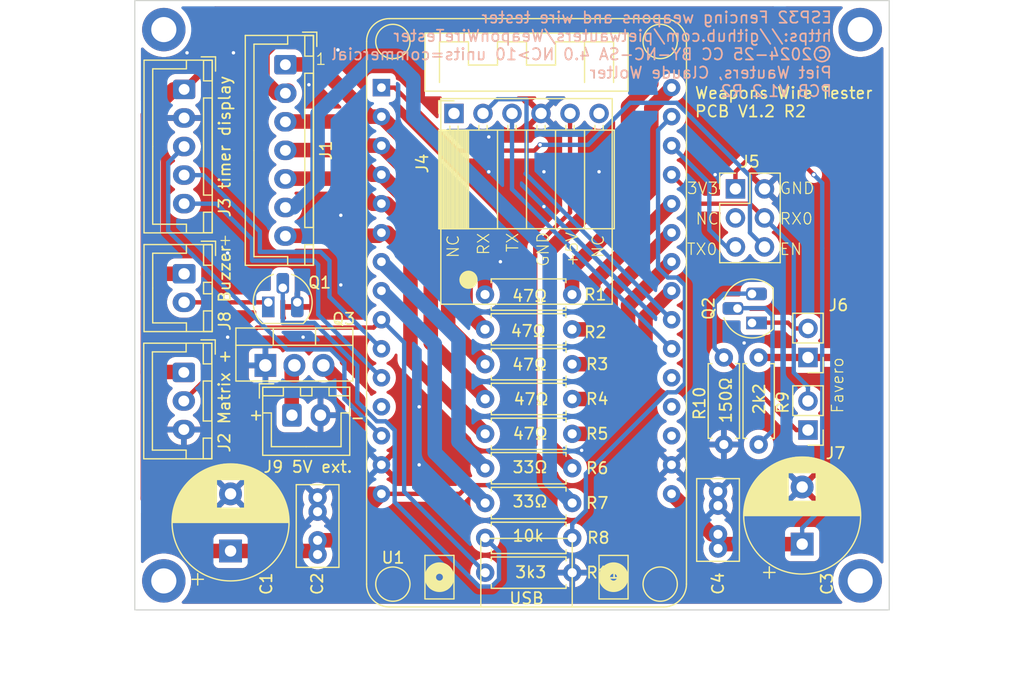
<source format=kicad_pcb>
(kicad_pcb (version 20241229) (generator "pcbnew") (generator_version "9.0")
  (title_block (title "ESP32 WeaponsWireTester V1.2") (date "2025-09-10") (rev "R2") (company "Piet Wauters, Claude Wolter") (comment 1 "https://github.com/pietwauters/WeaponWireTester") (comment 2 "©2024-25 CC BY-NC-SA 4.0 NC>10 units = commercial"))
  (layers (0 "F.Cu" signal) (2 "B.Cu" signal) (13 "F.Paste" user) (15 "B.Paste" user) (5 "F.SilkS" user "F.Silkscreen") (7 "B.SilkS" user "B.Silkscreen") (1 "F.Mask" user) (3 "B.Mask" user) (25 "Edge.Cuts" user))
  (net 0 "")
  (net 1 "Net-(J1-Pin_6)")
  (net 2 "+5V")
  (net 3 "+3.3V")
  (net 4 "Net-(J1-Pin_5)")
  (net 5 "GND")
  (net 6 "Net-(J1-Pin_2)")
  (net 7 "Net-(J1-Pin_7)")
  (net 8 "Net-(J1-Pin_4)")
  (net 9 "Net-(J1-Pin_3)")
  (net 10 "Net-(J1-Pin_1)")
  (net 11 "Net-(J2-Pin_2)")
  (net 12 "Net-(J3-Pin_5)")
  (net 13 "Net-(J3-Pin_4)")
  (net 14 "Net-(J3-Pin_3)")
  (net 15 "Net-(J4-Pin_2)")
  (net 18 "Net-(J6-Pin_2)")
  (net 19 "Net-(J7-Pin_1)")
  (net 20 "Net-(J8-Pin_2)")
  (net 21 "Net-(Q1-B)")
  (net 22 "Net-(Q2-B)")
  (net 23 "Net-(U1-IO21)")
  (net 24 "Net-(U1-IO23)")
  (net 25 "Net-(U1-IO19)")
  (net 26 "Net-(U1-IO5)")
  (net 27 "Net-(U1-IO33)")
  (net 28 "Net-(U1-IO25)")
  (net 29 "Net-(U1-IO22)")
  (net 30 "Net-(U1-IO18)")
  (net 33 "Net-(J4-Pin_3)")
  (net 36 "Net-(J5-Pin_4)")
  (net 37 "Net-(J5-Pin_6)")
  (net 38 "Net-(J5-Pin_5)")
  (net 40 "Net-(J9-Pin_1)")
  (footprint "Connector_JST:JST_XH_B2B-XH-A_1x02_P2.50mm_Vertical" (layer "F.Cu") (at 83.058 102.656 -90)
    (property "Reference" "J8 Buzzer" (at 1.25 -3.55 90) (layer "F.SilkS"))
    (property "Value" "Buzzer")
    (pad "1" thru_hole roundrect (at 0 0 270) (size 1.7 2) (drill 1) (layers "*.Cu" "*.Mask") (roundrect_rratio 0.147059) (net 2 "+5V"))
    (pad "2" thru_hole oval (at 2.5 0 270) (size 1.7 2) (drill 1) (layers "*.Cu" "*.Mask") (net 20 "Net-(J8-Pin_2)"))
  )
  (footprint "Connector_PinHeader_2.54mm:PinHeader_2x03_P2.54mm_Vertical" (layer "F.Cu") (at 131.318 95.2246)
    (property "Reference" "J5" (at 1.27 -2.38 0) (layer "F.SilkS"))
    (property "Value" "ICSP")
    (pad "1" thru_hole rect (at 0 0) (size 1.7 1.7) (drill 1) (layers "*.Cu" "*.Mask") (net 3 "+3.3V"))
    (pad "2" thru_hole circle (at 2.54 0) (size 1.7 1.7) (drill 1) (layers "*.Cu" "*.Mask") (net 5 "GND"))
    (pad "3" thru_hole circle (at 0 2.54) (size 1.7 1.7) (drill 1) (layers "*.Cu" "*.Mask"))
    (pad "4" thru_hole circle (at 2.54 2.54) (size 1.7 1.7) (drill 1) (layers "*.Cu" "*.Mask") (net 36 "Net-(J5-Pin_4)"))
    (pad "5" thru_hole circle (at 0 5.08) (size 1.7 1.7) (drill 1) (layers "*.Cu" "*.Mask") (net 38 "Net-(J5-Pin_5)"))
    (pad "6" thru_hole circle (at 2.54 5.08) (size 1.7 1.7) (drill 1) (layers "*.Cu" "*.Mask") (net 37 "Net-(J5-Pin_6)"))
  )
  (footprint "Connector_PinSocket_2.54mm:PinSocket_1x06_P2.54mm_Horizontal" (layer "F.Cu") (at 106.68 88.6206 90)
    (property "Reference" "J4" (at -4.38 -2.77 90) (layer "F.SilkS"))
    (property "Value" "HC-06 BT module")
    (pad "1" thru_hole rect (at 0 0 90) (size 1.7 1.7) (drill 1) (layers "*.Cu" "*.Mask"))
    (pad "2" thru_hole circle (at 0 2.54 90) (size 1.7 1.7) (drill 1) (layers "*.Cu" "*.Mask") (net 15 "Net-(J4-Pin_2)"))
    (pad "3" thru_hole circle (at 0 5.08 90) (size 1.7 1.7) (drill 1) (layers "*.Cu" "*.Mask") (net 33 "Net-(J4-Pin_3)"))
    (pad "4" thru_hole circle (at 0 7.62 90) (size 1.7 1.7) (drill 1) (layers "*.Cu" "*.Mask") (net 5 "GND"))
    (pad "5" thru_hole circle (at 0 10.16 90) (size 1.7 1.7) (drill 1) (layers "*.Cu" "*.Mask") (net 2 "+5V"))
    (pad "6" thru_hole circle (at 0 12.7 90) (size 1.7 1.7) (drill 1) (layers "*.Cu" "*.Mask"))
  )
  (footprint "Capacitor_THT:C_Rect_L7.0mm_W3.5mm_P2.50mm_P5.00mm" (layer "F.Cu") (at 129.794 126.706 90)
    (property "Reference" "C4" (at -3.068 0 90) (layer "F.SilkS"))
    (property "Value" "100nF")
    (pad "1" thru_hole circle (at 0 0 90) (size 1.6 1.6) (drill 0.8) (layers "*.Cu" "*.Mask") (net 3 "+3.3V"))
    (pad "1" thru_hole circle (at 1.25 0 90) (size 1.6 1.6) (drill 0.8) (layers "*.Cu" "*.Mask") (net 3 "+3.3V"))
    (pad "2" thru_hole circle (at 3.75 0 90) (size 1.6 1.6) (drill 0.8) (layers "*.Cu" "*.Mask") (net 5 "GND"))
    (pad "2" thru_hole circle (at 5 0 90) (size 1.6 1.6) (drill 0.8) (layers "*.Cu" "*.Mask") (net 5 "GND"))
  )
  (footprint "Connector_PinHeader_2.54mm:PinHeader_1x02_P2.54mm_Vertical" (layer "F.Cu") (at 137.668 116.332 180)
    (property "Reference" "J7" (at -2.413 -2.032 0) (layer "F.SilkS"))
    (property "Value" "Conn_01x02")
    (pad "1" thru_hole rect (at 0 0 180) (size 1.7 1.7) (drill 1) (layers "*.Cu" "*.Mask") (net 19 "Net-(J7-Pin_1)"))
    (pad "2" thru_hole oval (at 0 2.54 180) (size 1.7 1.7) (drill 1) (layers "*.Cu" "*.Mask") (net 36 "Net-(J5-Pin_4)"))
  )
  (footprint "Connector_PinHeader_2.54mm:PinHeader_1x02_P2.54mm_Vertical" (layer "F.Cu") (at 137.668 109.982 180)
    (property "Reference" "J6" (at -2.667 4.572 0) (layer "F.SilkS"))
    (property "Value" "Conn_01x02")
    (pad "1" thru_hole rect (at 0 0 180) (size 1.7 1.7) (drill 1) (layers "*.Cu" "*.Mask") (net 2 "+5V"))
    (pad "2" thru_hole oval (at 0 2.54 180) (size 1.7 1.7) (drill 1) (layers "*.Cu" "*.Mask") (net 18 "Net-(J6-Pin_2)"))
  )
  (footprint "ESP32_DevKit_V1_DOIT:esp32_devkit_v1_doit" (layer "F.Cu") (at 113.03 86.36)
    (property "Reference" "U1" (at -11.684 41.148 0) (layer "F.SilkS"))
    (property "Value" "ESP32_DevKit_V1_DOIT 30pin")
    (fp_text user "USB" (at 0 44.704 0) (layer "F.SilkS"))
    (pad "1" thru_hole rect (at -12.7 0) (size 1.524 1.524) (drill 0.762) (layers "*.Cu" "*.Mask") (net 37 "Net-(J5-Pin_6)"))
    (pad "2" thru_hole circle (at -12.7 2.54) (size 1.524 1.524) (drill 0.762) (layers "*.Cu" "*.Mask") (net 10 "Net-(J1-Pin_1)"))
    (pad "3" thru_hole circle (at -12.7 5.08) (size 1.524 1.524) (drill 0.762) (layers "*.Cu" "*.Mask") (net 9 "Net-(J1-Pin_3)"))
    (pad "4" thru_hole circle (at -12.7 7.62) (size 1.524 1.524) (drill 0.762) (layers "*.Cu" "*.Mask") (net 8 "Net-(J1-Pin_4)"))
    (pad "5" thru_hole circle (at -12.7 10.16) (size 1.524 1.524) (drill 0.762) (layers "*.Cu" "*.Mask") (net 4 "Net-(J1-Pin_5)"))
    (pad "6" thru_hole circle (at -12.7 12.7) (size 1.524 1.524) (drill 0.762) (layers "*.Cu" "*.Mask") (net 7 "Net-(J1-Pin_7)"))
    (pad "7" thru_hole circle (at -12.7 15.24) (size 1.524 1.524) (drill 0.762) (layers "*.Cu" "*.Mask") (net 27 "Net-(U1-IO33)"))
    (pad "8" thru_hole circle (at -12.7 17.78) (size 1.524 1.524) (drill 0.762) (layers "*.Cu" "*.Mask") (net 28 "Net-(U1-IO25)"))
    (pad "9" thru_hole circle (at -12.7 20.32) (size 1.524 1.524) (drill 0.762) (layers "*.Cu" "*.Mask") (net 11 "Net-(J2-Pin_2)"))
    (pad "10" thru_hole circle (at -12.7 22.86) (size 1.524 1.524) (drill 0.762) (layers "*.Cu" "*.Mask") (net 13 "Net-(J3-Pin_4)"))
    (pad "11" thru_hole circle (at -12.7 25.4) (size 1.524 1.524) (drill 0.762) (layers "*.Cu" "*.Mask") (net 12 "Net-(J3-Pin_5)"))
    (pad "12" thru_hole circle (at -12.7 27.94) (size 1.524 1.524) (drill 0.762) (layers "*.Cu" "*.Mask"))
    (pad "13" thru_hole circle (at -12.7 30.48) (size 1.524 1.524) (drill 0.762) (layers "*.Cu" "*.Mask") (net 14 "Net-(J3-Pin_3)"))
    (pad "14" thru_hole circle (at -12.7 33.02) (size 1.524 1.524) (drill 0.762) (layers "*.Cu" "*.Mask") (net 5 "GND"))
    (pad "15" thru_hole circle (at -12.7 35.56) (size 1.524 1.524) (drill 0.762) (layers "*.Cu" "*.Mask") (net 2 "+5V"))
    (pad "16" thru_hole circle (at 12.7 35.56) (size 1.524 1.524) (drill 0.762) (layers "*.Cu" "*.Mask") (net 3 "+3.3V"))
    (pad "17" thru_hole circle (at 12.7 33.02) (size 1.524 1.524) (drill 0.762) (layers "*.Cu" "*.Mask") (net 5 "GND"))
    (pad "18" thru_hole circle (at 12.7 30.48) (size 1.524 1.524) (drill 0.762) (layers "*.Cu" "*.Mask"))
    (pad "19" thru_hole circle (at 12.7 27.94) (size 1.524 1.524) (drill 0.762) (layers "*.Cu" "*.Mask"))
    (pad "20" thru_hole circle (at 12.7 25.4) (size 1.524 1.524) (drill 0.762) (layers "*.Cu" "*.Mask"))
    (pad "21" thru_hole circle (at 12.7 22.86) (size 1.524 1.524) (drill 0.762) (layers "*.Cu" "*.Mask") (net 33 "Net-(J4-Pin_3)"))
    (pad "22" thru_hole circle (at 12.7 20.32) (size 1.524 1.524) (drill 0.762) (layers "*.Cu" "*.Mask") (net 15 "Net-(J4-Pin_2)"))
    (pad "23" thru_hole circle (at 12.7 17.78) (size 1.524 1.524) (drill 0.762) (layers "*.Cu" "*.Mask") (net 26 "Net-(U1-IO5)"))
    (pad "24" thru_hole circle (at 12.7 15.24) (size 1.524 1.524) (drill 0.762) (layers "*.Cu" "*.Mask") (net 30 "Net-(U1-IO18)"))
    (pad "25" thru_hole circle (at 12.7 12.7) (size 1.524 1.524) (drill 0.762) (layers "*.Cu" "*.Mask") (net 25 "Net-(U1-IO19)"))
    (pad "26" thru_hole circle (at 12.7 10.16) (size 1.524 1.524) (drill 0.762) (layers "*.Cu" "*.Mask") (net 23 "Net-(U1-IO21)"))
    (pad "27" thru_hole circle (at 12.7 7.62) (size 1.524 1.524) (drill 0.762) (layers "*.Cu" "*.Mask") (net 36 "Net-(J5-Pin_4)"))
    (pad "28" thru_hole circle (at 12.7 5.08) (size 1.524 1.524) (drill 0.762) (layers "*.Cu" "*.Mask") (net 38 "Net-(J5-Pin_5)"))
    (pad "29" thru_hole circle (at 12.7 2.54) (size 1.524 1.524) (drill 0.762) (layers "*.Cu" "*.Mask") (net 29 "Net-(U1-IO22)"))
    (pad "30" thru_hole circle (at 12.7 0) (size 1.524 1.524) (drill 0.762) (layers "*.Cu" "*.Mask") (net 24 "Net-(U1-IO23)"))
  )
  (footprint "Resistor_THT:R_Axial_DIN0207_L6.3mm_D2.5mm_P7.62mm_Horizontal" (layer "F.Cu") (at 109.398 107.522)
    (property "Reference" "R2" (at 9.652 0.254 0) (layer "F.SilkS"))
    (property "Value" "47Ω")
    (pad "1" thru_hole circle (at 0 0) (size 1.6 1.6) (drill 0.8) (layers "*.Cu" "*.Mask") (net 9 "Net-(J1-Pin_3)"))
    (pad "2" thru_hole oval (at 7.62 0) (size 1.6 1.6) (drill 0.8) (layers "*.Cu" "*.Mask") (net 23 "Net-(U1-IO21)"))
  )
  (footprint "Capacitor_THT:C_Rect_L7.0mm_W3.5mm_P2.50mm_P5.00mm" (layer "F.Cu") (at 94.742 127.234 90)
    (property "Reference" "C2" (at -2.56 -0.038 90) (layer "F.SilkS"))
    (property "Value" "100nF")
    (pad "1" thru_hole circle (at 0 0 90) (size 1.6 1.6) (drill 0.8) (layers "*.Cu" "*.Mask") (net 2 "+5V"))
    (pad "1" thru_hole circle (at 1.25 0 90) (size 1.6 1.6) (drill 0.8) (layers "*.Cu" "*.Mask") (net 2 "+5V"))
    (pad "2" thru_hole circle (at 3.75 0 90) (size 1.6 1.6) (drill 0.8) (layers "*.Cu" "*.Mask") (net 5 "GND"))
    (pad "2" thru_hole circle (at 5 0 90) (size 1.6 1.6) (drill 0.8) (layers "*.Cu" "*.Mask") (net 5 "GND"))
  )
  (footprint "Capacitor_THT:CP_Radial_D10.0mm_P5.00mm" (layer "F.Cu") (at 87.122 126.92 90)
    (property "Reference" "C1" (at -2.874 3.128 90) (layer "F.SilkS"))
    (property "Value" "470µF")
    (pad "1" thru_hole rect (at 0 0 90) (size 2 2) (drill 1) (layers "*.Cu" "*.Mask") (net 2 "+5V"))
    (pad "2" thru_hole circle (at 5 0 90) (size 2 2) (drill 1) (layers "*.Cu" "*.Mask") (net 5 "GND"))
  )
  (footprint "Resistor_THT:R_Axial_DIN0207_L6.3mm_D2.5mm_P7.62mm_Horizontal" (layer "F.Cu") (at 117.03 113.618 180)
    (property "Reference" "R4" (at -2.19 0 180) (layer "F.SilkS"))
    (property "Value" "47Ω")
    (pad "1" thru_hole circle (at 0 0 180) (size 1.6 1.6) (drill 0.8) (layers "*.Cu" "*.Mask") (net 30 "Net-(U1-IO18)"))
    (pad "2" thru_hole oval (at 7.62 0 180) (size 1.6 1.6) (drill 0.8) (layers "*.Cu" "*.Mask") (net 4 "Net-(J1-Pin_5)"))
  )
  (footprint "Package_TO_SOT_THT:TO-92L_HandSolder" (layer "F.Cu") (at 90.424 105.156)
    (property "Reference" "Q1" (at 4.4958 -1.7272 0) (layer "F.SilkS"))
    (property "Value" "BC337")
    (pad "1" thru_hole rect (at 0 0) (size 1.1 1.8) (drill 0.75 (offset 0 0.4)) (layers "*.Cu" "*.Mask") (net 20 "Net-(J8-Pin_2)"))
    (pad "2" thru_hole roundrect (at 1.27 -1.27) (size 1.1 1.8) (drill 0.75 (offset 0 -0.4)) (layers "*.Cu" "*.Mask") (net 21 "Net-(Q1-B)"))
    (pad "3" thru_hole roundrect (at 2.54 0) (size 1.1 1.8) (drill 0.75 (offset 0 0.4)) (layers "*.Cu" "*.Mask") (net 5 "GND"))
  )
  (footprint "MountingHole:MountingHole_2.2mm_M2_DIN965_Pad" (layer "F.Cu") (at 81.28 81.28)
    (property "Reference" "H2" (hide yes))
    (property "Value" "MountingHole_2.2mm_M2_DIN965_Pad")
    (pad "1" thru_hole circle (at 0 0) (size 3.8 3.8) (drill 2.2) (layers "*.Cu" "*.Mask"))
  )
  (footprint "Connector_JST:JST_XH_B5B-XH-A_1x05_P2.50mm_Vertical" (layer "F.Cu") (at 83.058 86.5162 -90)
    (property "Reference" "J3 timer display" (at 5 -3.55 90) (layer "F.SilkS"))
    (property "Value" "MAX7219 Timer Display")
    (pad "1" thru_hole roundrect (at 0 0 270) (size 1.7 1.95) (drill 0.95) (layers "*.Cu" "*.Mask") (roundrect_rratio 0.147059) (net 2 "+5V"))
    (pad "2" thru_hole oval (at 2.5 0 270) (size 1.7 1.95) (drill 0.95) (layers "*.Cu" "*.Mask") (net 5 "GND"))
    (pad "3" thru_hole oval (at 5 0 270) (size 1.7 1.95) (drill 0.95) (layers "*.Cu" "*.Mask") (net 14 "Net-(J3-Pin_3)"))
    (pad "4" thru_hole oval (at 7.5 0 270) (size 1.7 1.95) (drill 0.95) (layers "*.Cu" "*.Mask") (net 13 "Net-(J3-Pin_4)"))
    (pad "5" thru_hole oval (at 10 0 270) (size 1.7 1.95) (drill 0.95) (layers "*.Cu" "*.Mask") (net 12 "Net-(J3-Pin_5)"))
  )
  (footprint "Resistor_THT:R_Axial_DIN0207_L6.3mm_D2.5mm_P7.62mm_Horizontal" (layer "F.Cu") (at 117.03 110.57 180)
    (property "Reference" "R3" (at -2.19 0 180) (layer "F.SilkS"))
    (property "Value" "47Ω")
    (pad "1" thru_hole circle (at 0 0 180) (size 1.6 1.6) (drill 0.8) (layers "*.Cu" "*.Mask") (net 25 "Net-(U1-IO19)"))
    (pad "2" thru_hole oval (at 7.62 0 180) (size 1.6 1.6) (drill 0.8) (layers "*.Cu" "*.Mask") (net 8 "Net-(J1-Pin_4)"))
  )
  (footprint "MountingHole:MountingHole_2.2mm_M2_DIN965_Pad" (layer "F.Cu") (at 142.24 129.54)
    (property "Reference" "H4" (hide yes))
    (property "Value" "MountingHole_2.2mm_M2_DIN965_Pad")
    (pad "1" thru_hole circle (at 0 0) (size 3.8 3.8) (drill 2.2) (layers "*.Cu" "*.Mask"))
  )
  (footprint "Package_TO_SOT_THT:TO-92L_HandSolder" (layer "F.Cu") (at 132.7658 106.9594 90)
    (property "Reference" "Q2" (at 1.27 -3.8 90) (layer "F.SilkS"))
    (property "Value" "BC337")
    (pad "1" thru_hole rect (at 0 0 90) (size 1.1 1.8) (drill 0.75 (offset 0 0.4)) (layers "*.Cu" "*.Mask") (net 18 "Net-(J6-Pin_2)"))
    (pad "2" thru_hole roundrect (at 1.27 -1.27 90) (size 1.1 1.8) (drill 0.75 (offset 0 -0.4)) (layers "*.Cu" "*.Mask") (net 22 "Net-(Q2-B)"))
    (pad "3" thru_hole roundrect (at 2.54 0 90) (size 1.1 1.8) (drill 0.75 (offset 0 0.4)) (layers "*.Cu" "*.Mask") (net 19 "Net-(J7-Pin_1)"))
  )
  (footprint "Resistor_THT:R_Axial_DIN0207_L6.3mm_D2.5mm_P7.62mm_Horizontal" (layer "F.Cu") (at 130.302 109.982 -90)
    (property "Reference" "R10" (at 4.0132 2.1336 270) (layer "F.SilkS"))
    (property "Value" "150Ω")
    (pad "1" thru_hole circle (at 0 0 270) (size 1.6 1.6) (drill 0.8) (layers "*.Cu" "*.Mask") (net 19 "Net-(J7-Pin_1)"))
    (pad "2" thru_hole oval (at 7.62 0 270) (size 1.6 1.6) (drill 0.8) (layers "*.Cu" "*.Mask") (net 5 "GND"))
  )
  (footprint "Connector_JST:JST_XH_B7B-XH-A_1x07_P2.50mm_Vertical" (layer "F.Cu") (at 91.9226 84.3534 -90)
    (property "Reference" "J1" (at 7.5 -3.55 90) (layer "F.SilkS"))
    (property "Value" "Fencers")
    (pad "1" thru_hole roundrect (at 0 0 270) (size 1.7 1.95) (drill 0.95) (layers "*.Cu" "*.Mask") (roundrect_rratio 0.147059) (net 10 "Net-(J1-Pin_1)"))
    (pad "2" thru_hole oval (at 2.5 0 270) (size 1.7 1.95) (drill 0.95) (layers "*.Cu" "*.Mask") (net 6 "Net-(J1-Pin_2)"))
    (pad "3" thru_hole oval (at 5 0 270) (size 1.7 1.95) (drill 0.95) (layers "*.Cu" "*.Mask") (net 9 "Net-(J1-Pin_3)"))
    (pad "4" thru_hole oval (at 7.5 0 270) (size 1.7 1.95) (drill 0.95) (layers "*.Cu" "*.Mask") (net 8 "Net-(J1-Pin_4)"))
    (pad "5" thru_hole oval (at 10 0 270) (size 1.7 1.95) (drill 0.95) (layers "*.Cu" "*.Mask") (net 4 "Net-(J1-Pin_5)"))
    (pad "6" thru_hole oval (at 12.5 0 270) (size 1.7 1.95) (drill 0.95) (layers "*.Cu" "*.Mask") (net 1 "Net-(J1-Pin_6)"))
    (pad "7" thru_hole oval (at 15 0 270) (size 1.7 1.95) (drill 0.95) (layers "*.Cu" "*.Mask") (net 7 "Net-(J1-Pin_7)"))
  )
  (footprint "Resistor_THT:R_Axial_DIN0207_L6.3mm_D2.5mm_P7.62mm_Horizontal" (layer "F.Cu") (at 117.018 104.474 180)
    (property "Reference" "R1" (at -2.032 0 0) (layer "F.SilkS"))
    (property "Value" "47Ω")
    (pad "1" thru_hole circle (at 0 0 180) (size 1.6 1.6) (drill 0.8) (layers "*.Cu" "*.Mask") (net 24 "Net-(U1-IO23)"))
    (pad "2" thru_hole oval (at 7.62 0 180) (size 1.6 1.6) (drill 0.8) (layers "*.Cu" "*.Mask") (net 10 "Net-(J1-Pin_1)"))
  )
  (footprint "Resistor_THT:R_Axial_DIN0207_L6.3mm_D2.5mm_P7.62mm_Horizontal" (layer "F.Cu") (at 117.03 116.666 180)
    (property "Reference" "R5" (at -2.19 0 180) (layer "F.SilkS"))
    (property "Value" "47Ω")
    (pad "1" thru_hole circle (at 0 0 180) (size 1.6 1.6) (drill 0.8) (layers "*.Cu" "*.Mask") (net 26 "Net-(U1-IO5)"))
    (pad "2" thru_hole oval (at 7.62 0 180) (size 1.6 1.6) (drill 0.8) (layers "*.Cu" "*.Mask") (net 7 "Net-(J1-Pin_7)"))
  )
  (footprint "Resistor_THT:R_Axial_DIN0207_L6.3mm_D2.5mm_P7.62mm_Horizontal" (layer "F.Cu") (at 109.41 128.82)
    (property "Reference" "R11" (at 10.31 0 0) (layer "F.SilkS"))
    (property "Value" "10k")
    (pad "1" thru_hole circle (at 0 0) (size 1.6 1.6) (drill 0.8) (layers "*.Cu" "*.Mask") (net 11 "Net-(J2-Pin_2)"))
    (pad "2" thru_hole oval (at 7.62 0) (size 1.6 1.6) (drill 0.8) (layers "*.Cu" "*.Mask") (net 5 "GND"))
  )
  (footprint "MountingHole:MountingHole_2.2mm_M2_DIN965_Pad" (layer "F.Cu") (at 81.28 129.54)
    (property "Reference" "H1" (hide yes))
    (property "Value" "MountingHole_2.2mm_M2_DIN965_Pad")
    (pad "1" thru_hole circle (at 0 0) (size 3.8 3.8) (drill 2.2) (layers "*.Cu" "*.Mask"))
  )
  (footprint "Resistor_THT:R_Axial_DIN0207_L6.3mm_D2.5mm_P7.62mm_Horizontal" (layer "F.Cu") (at 109.41 122.724)
    (property "Reference" "R7" (at 9.81 0 0) (layer "F.SilkS"))
    (property "Value" "33Ω")
    (pad "1" thru_hole circle (at 0 0) (size 1.6 1.6) (drill 0.8) (layers "*.Cu" "*.Mask") (net 28 "Net-(U1-IO25)"))
    (pad "2" thru_hole oval (at 7.62 0) (size 1.6 1.6) (drill 0.8) (layers "*.Cu" "*.Mask") (net 1 "Net-(J1-Pin_6)"))
  )
  (footprint "Resistor_THT:R_Axial_DIN0207_L6.3mm_D2.5mm_P7.62mm_Horizontal" (layer "F.Cu") (at 133.35 117.602 90)
    (property "Reference" "R9" (at 3.683 2.1082 90) (layer "F.SilkS"))
    (property "Value" "2k2")
    (pad "1" thru_hole circle (at 0 0 90) (size 1.6 1.6) (drill 0.8) (layers "*.Cu" "*.Mask") (net 22 "Net-(Q2-B)"))
    (pad "2" thru_hole oval (at 7.62 0 90) (size 1.6 1.6) (drill 0.8) (layers "*.Cu" "*.Mask") (net 2 "+5V"))
  )
  (footprint "MountingHole:MountingHole_2.2mm_M2_DIN965_Pad" (layer "F.Cu") (at 142.24 81.28)
    (property "Reference" "H3" (hide yes))
    (property "Value" "MountingHole_2.2mm_M2_DIN965_Pad")
    (pad "1" thru_hole circle (at 0 0) (size 3.8 3.8) (drill 2.2) (layers "*.Cu" "*.Mask"))
  )
  (footprint "Connector_JST:JST_XH_B2B-XH-A_1x02_P2.50mm_Vertical" (layer "F.Cu") (at 92.496 115.0366)
    (property "Reference" "J9 5V ext." (at 1.397 4.5212 0) (layer "F.SilkS"))
    (property "Value" "5V ext. Power")
    (pad "1" thru_hole roundrect (at 0 0) (size 1.7 2) (drill 1) (layers "*.Cu" "*.Mask") (roundrect_rratio 0.147059) (net 40 "Net-(J9-Pin_1)"))
    (pad "2" thru_hole oval (at 2.5 0) (size 1.7 2) (drill 1) (layers "*.Cu" "*.Mask") (net 5 "GND"))
  )
  (footprint "Package_TO_SOT_THT:TO-220-3_Vertical" (layer "F.Cu") (at 90.17 110.673)
    (property "Reference" "Q3" (at 6.858 -4.064 0) (layer "F.SilkS"))
    (property "Value" "FQP27P06")
    (pad "1" thru_hole rect (at 0 0) (size 1.905 2) (drill 1.1) (layers "*.Cu" "*.Mask") (net 5 "GND"))
    (pad "2" thru_hole oval (at 2.54 0) (size 1.905 2) (drill 1.1) (layers "*.Cu" "*.Mask") (net 40 "Net-(J9-Pin_1)"))
    (pad "3" thru_hole oval (at 5.08 0) (size 1.905 2) (drill 1.1) (layers "*.Cu" "*.Mask") (net 2 "+5V"))
  )
  (footprint "Resistor_THT:R_Axial_DIN0207_L6.3mm_D2.5mm_P7.62mm_Horizontal" (layer "F.Cu") (at 109.41 125.772)
    (property "Reference" "R8" (at 9.906 0 0) (layer "F.SilkS"))
    (property "Value" "3k3")
    (pad "1" thru_hole circle (at 0 0) (size 1.6 1.6) (drill 0.8) (layers "*.Cu" "*.Mask") (net 21 "Net-(Q1-B)"))
    (pad "2" thru_hole oval (at 7.62 0) (size 1.6 1.6) (drill 0.8) (layers "*.Cu" "*.Mask") (net 29 "Net-(U1-IO22)"))
  )
  (footprint "Capacitor_THT:CP_Radial_D10.0mm_P5.00mm" (layer "F.Cu") (at 137.16 126.3197 90)
    (property "Reference" "C3" (at -3.4743 2.166 90) (layer "F.SilkS"))
    (property "Value" "470µF")
    (pad "1" thru_hole rect (at 0 0 90) (size 2 2) (drill 1) (layers "*.Cu" "*.Mask") (net 3 "+3.3V"))
    (pad "2" thru_hole circle (at 5 0 90) (size 2 2) (drill 1) (layers "*.Cu" "*.Mask") (net 5 "GND"))
  )
  (footprint "Resistor_THT:R_Axial_DIN0207_L6.3mm_D2.5mm_P7.62mm_Horizontal" (layer "F.Cu") (at 109.41 119.676)
    (property "Reference" "R6" (at 9.81 0 0) (layer "F.SilkS"))
    (property "Value" "33Ω")
    (pad "1" thru_hole circle (at 0 0) (size 1.6 1.6) (drill 0.8) (layers "*.Cu" "*.Mask") (net 27 "Net-(U1-IO33)"))
    (pad "2" thru_hole oval (at 7.62 0) (size 1.6 1.6) (drill 0.8) (layers "*.Cu" "*.Mask") (net 6 "Net-(J1-Pin_2)"))
  )
  (footprint "Connector_JST:JST_XH_B3B-XH-A_1x03_P2.50mm_Vertical" (layer "F.Cu") (at 83.0326 111.292 -90)
    (property "Reference" "J2 Matrix +" (at 2.5 -3.55 90) (layer "F.SilkS"))
    (property "Value" "WS2812B LED Matrix")
    (pad "1" thru_hole roundrect (at 0 0 270) (size 1.7 1.95) (drill 0.95) (layers "*.Cu" "*.Mask") (roundrect_rratio 0.147059) (net 2 "+5V"))
    (pad "2" thru_hole oval (at 2.5 0 270) (size 1.7 1.95) (drill 0.95) (layers "*.Cu" "*.Mask") (net 11 "Net-(J2-Pin_2)"))
    (pad "3" thru_hole oval (at 5 0 270) (size 1.7 1.95) (drill 0.95) (layers "*.Cu" "*.Mask") (net 5 "GND"))
  )
  (gr_poly (pts (xy 144.78 132.08) (xy 78.74 132.08) (xy 78.74 78.74) (xy 144.78 78.74)) (stroke (width 0.1)) (fill no) (layer "Edge.Cuts"))
  (gr_text "33Ω" (at 111.72 120.176 0) (layer "F.SilkS") (effects (font (size 1 1)) (justify left bottom)))
  (gr_text "33Ω" (at 111.72 123.176 0) (layer "F.SilkS") (effects (font (size 1 1)) (justify left bottom)))
  (gr_text "GND" (at 135.128 95.758 0) (layer "F.SilkS") (effects (font (size 1 1) (thickness 0.1)) (justify left bottom)))
  (gr_text "RX0\n" (at 135.128 98.425 0) (layer "F.SilkS") (effects (font (size 1 1) (thickness 0.1)) (justify left bottom)))
  (gr_text "+" (at 85.979 100.2538 0) (layer "F.SilkS") (effects (font (size 1 1) (thickness 0.1)) (justify left bottom)))
  (gr_text "RX" (at 109.855 101.092 90) (layer "F.SilkS") (effects (font (size 1 1) (thickness 0.1)) (justify left bottom)))
  (gr_text "47Ω" (at 111.5568 108.2548 0) (layer "F.SilkS") (effects (font (size 1 1)) (justify left bottom)))
  (gr_text "3k3" (at 111.95 129.366 0) (layer "F.SilkS") (effects (font (size 1 1)) (justify left bottom)))
  (gr_text "+" (at 88.646 115.57 0) (layer "F.SilkS") (effects (font (size 1 1)) (justify left bottom)))
  (gr_text "+5V" (at 117.602 102.108 90) (layer "F.SilkS") (effects (font (size 1 1) (thickness 0.1)) (justify left bottom)))
  (gr_text "1" (at 94.488 84.455 0) (layer "F.SilkS") (effects (font (size 1 1) (thickness 0.1)) (justify left bottom)))
  (gr_text "Weapons Wire Tester\nPCB V1.2 R2\n" (at 127.6858 89.027 0) (layer "F.SilkS") (effects (font (size 1 1)) (justify left bottom)))
  (gr_text "47Ω" (at 111.6838 111.2012 0) (layer "F.SilkS") (effects (font (size 1 1)) (justify left bottom)))
  (gr_text "3V3" (at 127 95.758 0) (layer "F.SilkS") (effects (font (size 1 1) (thickness 0.1)) (justify left bottom)))
  (gr_text "-" (at 97.536 115.824 0) (layer "F.SilkS") (effects (font (size 1 1)) (justify left bottom)))
  (gr_text "Favero" (at 140.843 114.935 90) (layer "F.SilkS") (effects (font (size 1 1) (thickness 0.1)) (justify left bottom)))
  (gr_text "47Ω" (at 111.6838 105.1814 0) (layer "F.SilkS") (effects (font (size 1 1)) (justify left bottom)))
  (gr_text "NC" (at 127.762 98.425 0) (layer "F.SilkS") (effects (font (size 1 1) (thickness 0.1)) (justify left bottom)))
  (gr_text "TX" (at 112.395 100.838 90) (layer "F.SilkS") (effects (font (size 1 1) (thickness 0.1)) (justify left bottom)))
  (gr_text "NC" (at 107.188 101.346 90) (layer "F.SilkS") (effects (font (size 1 1) (thickness 0.1)) (justify left bottom)))
  (gr_text "GND" (at 115.062 102.108 90) (layer "F.SilkS") (effects (font (size 1 1) (thickness 0.1)) (justify left bottom)))
  (gr_text "10k" (at 111.72 126.176 0) (layer "F.SilkS") (effects (font (size 1 1)) (justify left bottom)))
  (gr_text "TX0" (at 127 101.092 0) (layer "F.SilkS") (effects (font (size 1 1) (thickness 0.1)) (justify left bottom)))
  (gr_text "NC" (at 119.888 101.346 90) (layer "F.SilkS") (effects (font (size 1 1) (thickness 0.1)) (justify left bottom)))
  (gr_text "47Ω" (at 111.8108 114.2238 0) (layer "F.SilkS") (effects (font (size 1 1)) (justify left bottom)))
  (gr_text "150Ω" (at 131.064 115.824 90) (layer "F.SilkS") (effects (font (size 1 1)) (justify left bottom)))
  (gr_text "47Ω" (at 111.7346 117.2464 0) (layer "F.SilkS") (effects (font (size 1 1)) (justify left bottom)))
  (gr_text "2k2" (at 133.985 115.062 90) (layer "F.SilkS") (effects (font (size 1 1)) (justify left bottom)))
  (gr_text "EN" (at 135.128 101.092 0) (layer "F.SilkS") (effects (font (size 1 1) (thickness 0.1)) (justify left bottom)))
  (gr_text "ESP32 Fencing weapons and wire tester\nhttps://github.com/pietwauters/WeaponWireTester\n©2024-25 CC BY-NC-SA 4.0 NC>10 units=commercial\nPiet Wauters, Claude Wolter\nPCB V1.2 R2" (at 139.8524 87.249 0) (layer "B.SilkS") (effects (font (size 1 1)) (justify left bottom mirror)))
  (segment (start 94.742 88.646) (end 99.314 84.074) (width 1.27) (layer "B.Cu") (net 1))
  (segment (start 92.656 96.828) (end 94.742 94.742) (width 1.27) (layer "B.Cu") (net 1))
  (segment (start 94.742 94.742) (end 94.742 88.646) (width 1.27) (layer "B.Cu") (net 1))
  (segment (start 91.948 96.828) (end 92.656 96.828) (width 1.27) (layer "B.Cu") (net 1))
  (segment (start 115.062 120.756) (end 117.03 122.724) (width 1.27) (layer "B.Cu") (net 1))
  (segment (start 103.124 88.9) (end 115.062 100.838) (width 1.27) (layer "B.Cu") (net 1))
  (segment (start 101.6 84.074) (end 103.124 85.598) (width 1.27) (layer "B.Cu") (net 1))
  (segment (start 103.124 85.598) (end 103.124 88.9) (width 1.27) (layer "B.Cu") (net 1))
  (segment (start 99.314 84.074) (end 101.6 84.074) (width 1.27) (layer "B.Cu") (net 1))
  (segment (start 115.062 100.838) (end 115.062 120.756) (width 1.27) (layer "B.Cu") (net 1))
  (segment (start 83.058 102.656) (end 79.923 102.656) (width 1.27) (layer "F.Cu") (net 2))
  (segment (start 134.62 79.5655) (end 85.7885 79.5655) (width 0.635) (layer "F.Cu") (net 2))
  (segment (start 107.188 121.92) (end 107.95 121.158) (width 0.381) (layer "F.Cu") (net 2))
  (segment (start 113.792 100.33) (end 116.84 97.282) (width 0.381) (layer "F.Cu") (net 2))
  (segment (start 98.298 113.721) (end 95.25 110.673) (width 1.27) (layer "F.Cu") (net 2))
  (segment (start 137.668 109.982) (end 141.986 109.982) (width 0.635) (layer "F.Cu") (net 2))
  (segment (start 98.806 121.92) (end 98.298 121.412) (width 1.27) (layer "F.Cu") (net 2))
  (segment (start 141.986 109.982) (end 142.748 109.22) (width 0.635) (layer "F.Cu") (net 2))
  (segment (start 83.058 111.252) (end 79.883 111.252) (width 1.27) (layer "F.Cu") (net 2))
  (segment (start 94.428 126.92) (end 94.742 127.234) (width 1.27) (layer "F.Cu") (net 2))
  (segment (start 107.95 121.158) (end 110.236 121.158) (width 0.381) (layer "F.Cu") (net 2))
  (segment (start 94.742 125.984) (end 96.266 125.984) (width 1.27) (layer "F.Cu") (net 2))
  (segment (start 84.582 84.996) (end 83.058 86.52) (width 0.635) (layer "F.Cu") (net 2))
  (segment (start 110.236 121.158) (end 113.792 117.602) (width 0.381) (layer "F.Cu") (net 2))
  (segment (start 96.266 125.984) (end 100.33 121.92) (width 1.27) (layer "F.Cu") (net 2))
  (segment (start 79.883 102.616) (end 79.883 88.773) (width 1.27) (layer "F.Cu") (net 2))
  (segment (start 87.122 126.92) (end 94.428 126.92) (width 1.27) (layer "F.Cu") (net 2))
  (segment (start 133.35 109.982) (end 137.668 109.982) (width 0.635) (layer "F.Cu") (net 2))
  (segment (start 142.748 109.22) (end 142.748 87.6935) (width 0.635) (layer "F.Cu") (net 2))
  (segment (start 84.582 80.772) (end 84.582 84.996) (width 0.635) (layer "F.Cu") (net 2))
  (segment (start 79.883 88.773) (end 82.136 86.52) (width 1.27) (layer "F.Cu") (net 2))
  (segment (start 100.33 121.92) (end 98.806 121.92) (width 1.27) (layer "F.Cu") (net 2))
  (segment (start 79.923 102.656) (end 79.883 102.616) (width 1.27) (layer "F.Cu") (net 2))
  (segment (start 98.298 121.412) (end 98.298 113.721) (width 1.27) (layer "F.Cu") (net 2))
  (segment (start 84.502 126.92) (end 79.883 122.301) (width 1.27) (layer "F.Cu") (net 2))
  (segment (start 85.7885 79.5655) (end 84.582 80.772) (width 0.635) (layer "F.Cu") (net 2))
  (segment (start 79.883 122.301) (end 79.883 111.252) (width 1.27) (layer "F.Cu") (net 2))
  (segment (start 142.748 87.6935) (end 134.62 79.5655) (width 0.635) (layer "F.Cu") (net 2))
  (segment (start 79.883 111.252) (end 79.883 102.616) (width 1.27) (layer "F.Cu") (net 2))
  (segment (start 87.122 126.92) (end 84.502 126.92) (width 1.27) (layer "F.Cu") (net 2))
  (segment (start 116.84 97.282) (end 116.84 88.646) (width 0.381) (layer "F.Cu") (net 2))
  (segment (start 113.792 117.602) (end 113.792 100.33) (width 0.381) (layer "F.Cu") (net 2))
  (segment (start 100.33 121.92) (end 107.188 121.92) (width 0.381) (layer "F.Cu") (net 2))
  (segment (start 82.136 86.52) (end 83.058 86.52) (width 1.27) (layer "F.Cu") (net 2))
  (segment (start 94.742 125.984) (end 94.742 127.234) (width 1.27) (layer "B.Cu") (net 2))
  (segment (start 129.794 125.456) (end 129.266 125.456) (width 1.27) (layer "F.Cu") (net 3))
  (segment (start 137.1597 126.32) (end 130.18 126.32) (width 1.27) (layer "F.Cu") (net 3))
  (segment (start 129.266 125.456) (end 125.73 121.92) (width 1.27) (layer "F.Cu") (net 3))
  (segment (start 131.318 93.726) (end 131.318 95.25) (width 0.381) (layer "F.Cu") (net 3))
  (segment (start 132.842 92.202) (end 131.318 93.726) (width 0.381) (layer "F.Cu") (net 3))
  (segment (start 138.176 93.98) (end 136.398 92.202) (width 0.381) (layer "F.Cu") (net 3))
  (segment (start 136.398 92.202) (end 132.842 92.202) (width 0.381) (layer "F.Cu") (net 3))
  (segment (start 130.18 126.32) (end 129.794 126.706) (width 1.27) (layer "F.Cu") (net 3))
  (segment (start 137.16 126.32) (end 137.1597 126.32) (width 1.27) (layer "F.Cu") (net 3))
  (segment (start 137.1597 126.32) (end 137.16 126.3197) (width 0.381) (layer "F.Cu") (net 3))
  (via (at 138.176 93.98) (size 0.45) (drill 0.3) (layers "F.Cu" "B.Cu") (net 3))
  (segment (start 137.16 126.3197) (end 137.16 124.9243) (width 0.381) (layer "B.Cu") (net 3))
  (segment (start 138.9141 94.7181) (end 138.176 93.98) (width 0.381) (layer "B.Cu") (net 3))
  (segment (start 138.9141 100.4287) (end 138.9141 94.7181) (width 0.381) (layer "B.Cu") (net 3))
  (segment (start 138.9141 123.1702) (end 138.9141 100.4287) (width 0.381) (layer "B.Cu") (net 3))
  (segment (start 137.16 124.9243) (end 138.9141 123.1702) (width 0.381) (layer "B.Cu") (net 3))
  (segment (start 129.794 125.456) (end 129.794 126.706) (width 0.381) (layer "B.Cu") (net 3))
  (segment (start 97.376 94.328) (end 99.568 96.52) (width 1.27) (layer "F.Cu") (net 4))
  (segment (start 109.41 113.474) (end 109.41 113.618) (width 1.27) (layer "F.Cu") (net 4))
  (segment (start 100.33 96.52) (end 100.787 96.52) (width 1.27) (layer "F.Cu") (net 4))
  (segment (start 104.648 108.712) (end 109.41 113.474) (width 1.27) (layer "F.Cu") (net 4))
  (segment (start 91.948 94.328) (end 97.376 94.328) (width 1.27) (layer "F.Cu") (net 4))
  (segment (start 104.648 100.381) (end 104.648 108.712) (width 1.27) (layer "F.Cu") (net 4))
  (segment (start 100.787 96.52) (end 104.648 100.381) (width 1.27) (layer "F.Cu") (net 4))
  (segment (start 99.568 96.52) (end 100.33 96.52) (width 1.27) (layer "F.Cu") (net 4))
  (via (at 117.856 118.11) (size 0.45) (drill 0.3) (layers "F.Cu" "B.Cu") (net 5))
  (via (at 129.54 93.98) (size 0.45) (drill 0.3) (layers "F.Cu" "B.Cu") (net 5))
  (via (at 132.08 108.712) (size 0.45) (drill 0.3) (layers "F.Cu" "B.Cu") (net 5))
  (via (at 103.632 119.38) (size 0.45) (drill 0.3) (layers "F.Cu" "B.Cu") (net 5))
  (via (at 96.52 83.058) (size 0.45) (drill 0.3) (layers "F.Cu" "B.Cu") (net 5))
  (via (at 114.554 96.774) (size 0.45) (drill 0.3) (layers "F.Cu" "B.Cu") (net 5))
  (via (at 86.868 108.204) (size 0.45) (drill 0.3) (layers "F.Cu" "B.Cu") (net 5))
  (via (at 119.38 93.726) (size 0.45) (drill 0.3) (layers "F.Cu" "B.Cu") (net 5))
  (via (at 114.554 93.726) (size 0.45) (drill 0.3) (layers "F.Cu" "B.Cu") (net 5))
  (via (at 103.632 114.3) (size 0.45) (drill 0.3) (layers "F.Cu" "B.Cu") (net 5))
  (via (at 87.376 83.312) (size 0.45) (drill 0.3) (layers "F.Cu" "B.Cu") (net 5))
  (via (at 86.868 100.838) (size 0.45) (drill 0.3) (layers "F.Cu" "B.Cu") (net 5))
  (via (at 83.312 83.312) (size 0.45) (drill 0.3) (layers "F.Cu" "B.Cu") (net 5))
  (via (at 110.744 101.6) (size 0.45) (drill 0.3) (layers "F.Cu" "B.Cu") (net 5))
  (via (at 93.98 86.106) (size 0.45) (drill 0.3) (layers "F.Cu" "B.Cu") (net 5))
  (via (at 93.472 108.204) (size 0.45) (drill 0.3) (layers "F.Cu" "B.Cu") (net 5))
  (via (at 96.774 103.632) (size 0.45) (drill 0.3) (layers "F.Cu" "B.Cu") (net 5))
  (via (at 96.774 97.536) (size 0.45) (drill 0.3) (layers "F.Cu" "B.Cu") (net 5))
  (via (at 109.728 93.726) (size 0.45) (drill 0.3) (layers "F.Cu" "B.Cu") (net 5))
  (via (at 109.728 90.678) (size 0.45) (drill 0.3) (layers "F.Cu" "B.Cu") (net 5))
  (segment (start 122.631 80.7212) (end 123.952 82.042) (width 1.27) (layer "F.Cu") (net 6))
  (segment (start 89.916 83.2612) (end 92.456 80.7212) (width 1.27) (layer "F.Cu") (net 6))
  (segment (start 115.062 100.584) (end 115.062 117.708) (width 1.27) (layer "F.Cu") (net 6))
  (segment (start 121.92 88.02) (end 121.92 94.996) (width 1.27) (layer "F.Cu") (net 6))
  (segment (start 120.65 94.996) (end 115.062 100.584) (width 1.27) (layer "F.Cu") (net 6))
  (segment (start 91.948 86.828) (end 92.162 86.614) (width 1.27) (layer "F.Cu") (net 6))
  (segment (start 92.456 80.7212) (end 122.631 80.7212) (width 1.27) (layer "F.Cu") (net 6))
  (segment (start 123.952 82.042) (end 123.952 85.988) (width 1.27) (layer "F.Cu") (net 6))
  (segment (start 91.146 86.828) (end 89.916 85.598) (width 1.27) (layer "F.Cu") (net 6))
  (segment (start 115.062 117.708) (end 117.03 119.676) (width 1.27) (layer "F.Cu") (net 6))
  (segment (start 91.948 86.828) (end 91.146 86.828) (width 1.27) (layer "F.Cu") (net 6))
  (segment (start 121.92 94.996) (end 120.65 94.996) (width 1.27) (layer "F.Cu") (net 6))
  (segment (start 89.916 85.598) (end 89.916 83.2612) (width 1.27) (layer "F.Cu") (net 6))
  (segment (start 123.952 85.988) (end 121.92 88.02) (width 1.27) (layer "F.Cu") (net 6))
  (segment (start 100.062 99.328) (end 100.33 99.06) (width 1.27) (layer "F.Cu") (net 7))
  (segment (start 100.838 99.06) (end 102.87 101.092) (width 1.27) (layer "F.Cu") (net 7))
  (segment (start 102.87 110.126) (end 109.41 116.666) (width 1.27) (layer "F.Cu") (net 7))
  (segment (start 102.87 101.092) (end 102.87 110.126) (width 1.27) (layer "F.Cu") (net 7))
  (segment (start 100.33 99.06) (end 100.838 99.06) (width 1.27) (layer "F.Cu") (net 7))
  (segment (start 91.948 99.328) (end 100.062 99.328) (width 1.27) (layer "F.Cu") (net 7))
  (segment (start 100.33 93.98) (end 105.918 99.568) (width 1.27) (layer "F.Cu") (net 8))
  (segment (start 106.172 99.568) (end 106.172 107.332) (width 1.27) (layer "F.Cu") (net 8))
  (segment (start 106.172 107.332) (end 109.41 110.57) (width 1.27) (layer "F.Cu") (net 8))
  (segment (start 99.5166 93.98) (end 100.33 93.98) (width 1.27) (layer "F.Cu") (net 8))
  (segment (start 105.918 99.568) (end 106.172 99.568) (width 1.27) (layer "F.Cu") (net 8))
  (segment (start 91.948 91.828) (end 97.3646 91.828) (width 1.27) (layer "F.Cu") (net 8))
  (segment (start 97.3646 91.828) (end 99.5166 93.98) (width 1.27) (layer "F.Cu") (net 8))
  (segment (start 96.948 89.328) (end 99.06 91.44) (width 1.27) (layer "F.Cu") (net 9))
  (segment (start 100.33 91.44) (end 107.696 98.806) (width 1.27) (layer "F.Cu") (net 9))
  (segment (start 107.696 105.82) (end 109.398 107.522) (width 1.27) (layer "F.Cu") (net 9))
  (segment (start 107.696 98.806) (end 107.696 105.82) (width 1.27) (layer "F.Cu") (net 9))
  (segment (start 91.948 89.328) (end 96.948 89.328) (width 1.27) (layer "F.Cu") (net 9))
  (segment (start 99.06 91.44) (end 100.33 91.44) (width 1.27) (layer "F.Cu") (net 9))
  (segment (start 94.742 84.328) (end 99.314 88.9) (width 1.27) (layer "F.Cu") (net 10))
  (segment (start 99.314 88.9) (end 100.33 88.9) (width 1.27) (layer "F.Cu") (net 10))
  (segment (start 91.948 84.328) (end 94.742 84.328) (width 1.27) (layer "F.Cu") (net 10))
  (segment (start 109.398 97.968) (end 109.398 104.474) (width 1.27) (layer "F.Cu") (net 10))
  (segment (start 100.33 88.9) (end 109.398 97.968) (width 1.27) (layer "F.Cu") (net 10))
  (segment (start 99.6442 107.3658) (end 89.4442 107.3658) (width 0.381) (layer "F.Cu") (net 11))
  (segment (start 100.33 106.68) (end 99.6442 107.3658) (width 0.381) (layer "F.Cu") (net 11))
  (segment (start 89.4442 107.3658) (end 83.058 113.752) (width 0.381) (layer "F.Cu") (net 11))
  (segment (start 100.33 106.68) (end 102.3168 108.6668) (width 0.381) (layer "B.Cu") (net 11))
  (segment (start 102.3168 121.7268) (end 109.41 128.82) (width 0.381) (layer "B.Cu") (net 11))
  (segment (start 102.3168 108.6668) (end 102.3168 121.7268) (width 0.381) (layer "B.Cu") (net 11))
  (segment (start 94.7928 101.8794) (end 94.7928 106.2228) (width 0.381) (layer "B.Cu") (net 12))
  (segment (start 83.058 96.52) (end 85.8862 96.52) (width 0.381) (layer "B.Cu") (net 12))
  (segment (start 94.4118 101.4984) (end 94.7928 101.8794) (width 0.381) (layer "B.Cu") (net 12))
  (segment (start 89.027 101.4984) (end 94.4118 101.4984) (width 0.381) (layer "B.Cu") (net 12))
  (segment (start 94.7928 106.2228) (end 100.33 111.76) (width 0.381) (layer "B.Cu") (net 12))
  (segment (start 89.0016 101.473) (end 89.027 101.4984) (width 0.381) (layer "B.Cu") (net 12))
  (segment (start 89.0016 99.6354) (end 89.0016 101.473) (width 0.381) (layer "B.Cu") (net 12))
  (segment (start 85.8862 96.52) (end 89.0016 99.6354) (width 0.381) (layer "B.Cu") (net 12))
  (segment (start 94.996 100.7364) (end 95.7834 101.5238) (width 0.381) (layer "B.Cu") (net 13))
  (segment (start 89.6874 100.7364) (end 94.996 100.7364) (width 0.381) (layer "B.Cu") (net 13))
  (segment (start 95.7834 104.6734) (end 100.33 109.22) (width 0.381) (layer "B.Cu") (net 13))
  (segment (start 84.7537 94.02) (end 89.6874 98.9537) (width 0.381) (layer "B.Cu") (net 13))
  (segment (start 89.6874 98.9537) (end 89.6874 100.7364) (width 0.381) (layer "B.Cu") (net 13))
  (segment (start 99.9537 109.22) (end 100.33 109.22) (width 0.381) (layer "B.Cu") (net 13))
  (segment (start 95.7834 101.5238) (end 95.7834 104.6734) (width 0.381) (layer "B.Cu") (net 13))
  (segment (start 83.058 94.02) (end 84.7537 94.02) (width 0.381) (layer "B.Cu") (net 13))
  (segment (start 81.6635 98.8847) (end 81.6635 92.9145) (width 0.381) (layer "B.Cu") (net 14))
  (segment (start 97.0886 110.4715) (end 95.8947 109.2776) (width 0.381) (layer "B.Cu") (net 14))
  (segment (start 97.0886 113.5986) (end 97.0886 110.4715) (width 0.381) (layer "B.Cu") (net 14))
  (segment (start 81.6635 92.9145) (end 83.058 91.52) (width 0.381) (layer "B.Cu") (net 14))
  (segment (start 100.33 116.84) (end 97.0886 113.5986) (width 0.381) (layer "B.Cu") (net 14))
  (segment (start 92.0564 109.2776) (end 81.6635 98.8847) (width 0.381) (layer "B.Cu") (net 14))
  (segment (start 95.8947 109.2776) (end 92.0564 109.2776) (width 0.381) (layer "B.Cu") (net 14))
  (segment (start 110.49 87.376) (end 113.03 87.376) (width 0.381) (layer "B.Cu") (net 15))
  (segment (start 113.03 93.8094) (end 112.9447 93.8947) (width 0.381) (layer "B.Cu") (net 15))
  (segment (start 112.9447 93.8947) (end 125.73 106.68) (width 0.381) (layer "B.Cu") (net 15))
  (segment (start 109.22 88.646) (end 110.49 87.376) (width 0.381) (layer "B.Cu") (net 15))
  (segment (start 113.03 87.376) (end 113.03 93.8094) (width 0.381) (layer "B.Cu") (net 15))
  (segment (start 136.4226 107.442) (end 137.668 107.442) (width 0.381) (layer "F.Cu") (net 18))
  (segment (start 132.7658 106.9594) (end 132.7912 106.934) (width 0.381) (layer "F.Cu") (net 18))
  (segment (start 132.7912 106.934) (end 135.9146 106.934) (width 0.381) (layer "F.Cu") (net 18))
  (segment (start 135.9146 106.934) (end 136.4226 107.442) (width 0.381) (layer "F.Cu") (net 18))
  (segment (start 130.302 109.982) (end 136.652 116.332) (width 0.381) (layer "F.Cu") (net 19))
  (segment (start 136.652 116.332) (end 137.668 116.332) (width 0.381) (layer "F.Cu") (net 19))
  (segment (start 130.302 109.982) (end 129.4892 109.1692) (width 0.381) (layer "B.Cu") (net 19))
  (segment (start 129.4892 109.1692) (end 129.4892 105.2342) (width 0.381) (layer "B.Cu") (net 19))
  (segment (start 132.7404 104.394) (end 132.7658 104.4194) (width 0.381) (layer "B.Cu") (net 19))
  (segment (start 130.3294 104.394) (end 132.7404 104.394) (width 0.381) (layer "B.Cu") (net 19))
  (segment (start 129.4892 105.2342) (end 130.3294 104.394) (width 0.381) (layer "B.Cu") (net 19))
  (segment (start 83.058 105.156) (end 90.424 105.156) (width 0.381) (layer "F.Cu") (net 20))
  (segment (start 98.2169 113.861) (end 99.9259 115.57) (width 0.381) (layer "B.Cu") (net 21))
  (segment (start 109.9789 130.0342) (end 110.6215 129.3916) (width 0.381) (layer "B.Cu") (net 21))
  (segment (start 108.8819 130.0342) (end 109.9789 130.0342) (width 0.381) (layer "B.Cu") (net 21))
  (segment (start 91.694 103.886) (end 91.694 106.9594) (width 0.381) (layer "B.Cu") (net 21))
  (segment (start 94.4695 106.9594) (end 98.2169 110.7068) (width 0.381) (layer "B.Cu") (net 21))
  (segment (start 98.2169 110.7068) (end 98.2169 113.861) (width 0.381) (layer "B.Cu") (net 21))
  (segment (start 101.4874 116.3515) (end 101.4874 122.6397) (width 0.381) (layer "B.Cu") (net 21))
  (segment (start 99.9259 115.57) (end 100.7059 115.57) (width 0.381) (layer "B.Cu") (net 21))
  (segment (start 110.6215 126.9835) (end 109.41 125.772) (width 0.381) (layer "B.Cu") (net 21))
  (segment (start 101.4874 122.6397) (end 108.8819 130.0342) (width 0.381) (layer "B.Cu") (net 21))
  (segment (start 110.6215 129.3916) (end 110.6215 126.9835) (width 0.381) (layer "B.Cu") (net 21))
  (segment (start 100.7059 115.57) (end 101.4874 116.3515) (width 0.381) (layer "B.Cu") (net 21))
  (segment (start 91.694 106.9594) (end 94.4695 106.9594) (width 0.381) (layer "B.Cu") (net 21))
  (segment (start 134.5627 106.3179) (end 133.9088 105.664) (width 0.381) (layer "B.Cu") (net 22))
  (segment (start 134.5627 116.3893) (end 134.5627 106.3179) (width 0.381) (layer "B.Cu") (net 22))
  (segment (start 133.35 117.602) (end 134.5627 116.3893) (width 0.381) (layer "B.Cu") (net 22))
  (segment (start 133.9088 105.664) (end 131.4748 105.664) (width 0.381) (layer "B.Cu") (net 22))
  (segment (start 118.872 107.442) (end 118.872 103.378) (width 1.27) (layer "F.Cu") (net 23))
  (segment (start 117.018 107.522) (end 118.792 107.522) (width 1.27) (layer "F.Cu") (net 23))
  (segment (start 118.872 103.378) (end 125.73 96.52) (width 1.27) (layer "F.Cu") (net 23))
  (segment (start 118.792 107.522) (end 118.872 107.442) (width 1.27) (layer "F.Cu") (net 23))
  (segment (start 123.952 95.25) (end 123.952 88.138) (width 1.27) (layer "F.Cu") (net 24))
  (segment (start 117.018 104.474) (end 117.018 102.184) (width 1.27) (layer "F.Cu") (net 24))
  (segment (start 117.018 102.184) (end 123.952 95.25) (width 1.27) (layer "F.Cu") (net 24))
  (segment (start 123.952 88.138) (end 125.73 86.36) (width 1.27) (layer "F.Cu") (net 24))
  (segment (start 120.396 104.394) (end 125.73 99.06) (width 1.27) (layer "F.Cu") (net 25))
  (segment (start 119.554 110.57) (end 120.396 109.728) (width 1.27) (layer "F.Cu") (net 25))
  (segment (start 117.03 110.57) (end 119.554 110.57) (width 1.27) (layer "F.Cu") (net 25))
  (segment (start 120.396 109.728) (end 120.396 104.394) (width 1.27) (layer "F.Cu") (net 25))
  (segment (start 118.538 116.666) (end 123.444 111.76) (width 1.27) (layer "F.Cu") (net 26))
  (segment (start 123.444 111.76) (end 123.444 106.426) (width 1.27) (layer "F.Cu") (net 26))
  (segment (start 123.444 106.426) (end 125.73 104.14) (width 1.27) (layer "F.Cu") (net 26))
  (segment (start 117.03 116.666) (end 118.538 116.666) (width 1.27) (layer "F.Cu") (net 26))
  (segment (start 107.0741 108.3441) (end 107.0741 117.3401) (width 1.27) (layer "B.Cu") (net 27))
  (segment (start 107.0741 117.3401) (end 109.41 119.676) (width 1.27) (layer "B.Cu") (net 27))
  (segment (start 100.33 101.6) (end 107.0741 108.3441) (width 1.27) (layer "B.Cu") (net 27))
  (segment (start 104.9948 108.8048) (end 100.33 104.14) (width 1.27) (layer "B.Cu") (net 28))
  (segment (start 109.41 122.724) (end 104.9948 118.3088) (width 1.27) (layer "B.Cu") (net 28))
  (segment (start 104.9948 118.3088) (end 104.9948 108.8048) (width 1.27) (layer "B.Cu") (net 28))
  (segment (start 126.1239 113.03) (end 126.8969 112.257) (width 0.381) (layer "B.Cu") (net 29))
  (segment (start 125.4029 102.9826) (end 124.5441 102.1238) (width 0.381) (layer "B.Cu") (net 29))
  (segment (start 124.5441 102.1238) (end 124.5441 90.0859) (width 0.381) (layer "B.Cu") (net 29))
  (segment (start 117.03 125.772) (end 117.03 124.5766) (width 0.381) (layer "B.Cu") (net 29))
  (segment (start 126.8969 112.257) (end 126.8969 103.67) (width 0.381) (layer "B.Cu") (net 29))
  (segment (start 124.5441 90.0859) (end 125.73 88.9) (width 0.381) (layer "B.Cu") (net 29))
  (segment (start 125.362 113.03) (end 126.1239 113.03) (width 0.381) (layer "B.Cu") (net 29))
  (segment (start 118.2254 120.1666) (end 125.362 113.03) (width 0.381) (layer "B.Cu") (net 29))
  (segment (start 117.03 124.5766) (end 118.2254 123.3812) (width 0.381) (layer "B.Cu") (net 29))
  (segment (start 126.2095 102.9826) (end 125.4029 102.9826) (width 0.381) (layer "B.Cu") (net 29))
  (segment (start 118.2254 123.3812) (end 118.2254 120.1666) (width 0.381) (layer "B.Cu") (net 29))
  (segment (start 126.8969 103.67) (end 126.2095 102.9826) (width 0.381) (layer "B.Cu") (net 29))
  (segment (start 121.92 105.41) (end 125.73 101.6) (width 1.27) (layer "F.Cu") (net 30))
  (segment (start 119.3 113.618) (end 121.92 110.998) (width 1.27) (layer "F.Cu") (net 30))
  (segment (start 121.92 110.998) (end 121.92 105.41) (width 1.27) (layer "F.Cu") (net 30))
  (segment (start 117.03 113.618) (end 119.3 113.618) (width 1.27) (layer "F.Cu") (net 30))
  (segment (start 111.76 95.25) (end 111.76 88.646) (width 0.381) (layer "B.Cu") (net 33))
  (segment (start 125.73 109.22) (end 111.76 95.25) (width 0.381) (layer "B.Cu") (net 33))
  (segment (start 125.73 93.98) (end 128.2714 96.5214) (width 0.381) (layer "F.Cu") (net 36))
  (segment (start 132.5894 96.5214) (end 133.858 97.79) (width 0.381) (layer "F.Cu") (net 36))
  (segment (start 128.2714 96.5214) (end 132.5894 96.5214) (width 0.381) (layer "F.Cu") (net 36))
  (segment (start 136.4226 100.3546) (end 133.858 97.79) (width 0.381) (layer "B.Cu") (net 36))
  (segment (start 136.4226 111.3012) (end 136.4226 100.3546) (width 0.381) (layer "B.Cu") (net 36))
  (segment (start 137.668 112.5466) (end 136.4226 111.3012) (width 0.381) (layer "B.Cu") (net 36))
  (segment (start 137.668 113.792) (end 137.668 112.5466) (width 0.381) (layer "B.Cu") (net 36))
  (segment (start 113.714 91.874) (end 114.2204 91.3676) (width 0.381) (layer "F.Cu") (net 37))
  (segment (start 100.33 86.36) (end 101.4874 86.36) (width 0.381) (layer "F.Cu") (net 37))
  (segment (start 101.4874 86.36) (end 107.0014 91.874) (width 0.381) (layer "F.Cu") (net 37))
  (segment (start 107.0014 91.874) (end 113.714 91.874) (width 0.381) (layer "F.Cu") (net 37))
  (via (at 114.2204 91.3676) (size 0.45) (drill 0.3) (layers "F.Cu" "B.Cu") (net 37))
  (segment (start 132.5881 94.1136) (end 126.166 87.6915) (width 0.381) (layer "B.Cu") (net 37))
  (segment (start 126.166 87.6915) (end 122.0958 87.6915) (width 0.381) (layer "B.Cu") (net 37))
  (segment (start 133.858 100.33) (end 132.5881 99.0601) (width 0.381) (layer "B.Cu") (net 37))
  (segment (start 122.0958 87.6915) (end 118.4197 91.3676) (width 0.381) (layer "B.Cu") (net 37))
  (segment (start 132.5881 99.0601) (end 132.5881 94.1136) (width 0.381) (layer "B.Cu") (net 37))
  (segment (start 118.4197 91.3676) (end 114.2204 91.3676) (width 0.381) (layer "B.Cu") (net 37))
  (segment (start 129.032 94.742) (end 129.032 98.806) (width 0.381) (layer "B.Cu") (net 38))
  (segment (start 129.032 98.806) (end 130.556 100.33) (width 0.381) (layer "B.Cu") (net 38))
  (segment (start 130.556 100.33) (end 131.318 100.33) (width 0.381) (layer "B.Cu") (net 38))
  (segment (start 125.73 91.44) (end 129.032 94.742) (width 0.381) (layer "B.Cu") (net 38))
  (segment (start 92.476 115.045) (end 92.476 110.907) (width 1.27) (layer "F.Cu") (net 40))
  (segment (start 92.476 110.907) (end 92.71 110.673) (width 1.27) (layer "F.Cu") (net 40))
  (zone (net 0) (net_name "") (layers "F.Cu" "B.Cu") (name "Keep clear for Wifi antenna") (connect_pads (clearance 0)) (min_thickness 0.25)
    (keepout (tracks not_allowed) (vias not_allowed) (pads not_allowed) (copperpour not_allowed) (footprints allowed))
    (fill (thermal_gap 0.5) (thermal_bridge_width 0.5))
    (polygon (pts (xy 104.14 81.534) (xy 121.92 81.534) (xy 121.92 87.122) (xy 104.14 87.122)))
  )
  (zone (net 5) (net_name "GND") (layers "F.Cu" "B.Cu") (connect_pads (clearance 0.5)) (min_thickness 0.25) (fill yes (thermal_gap 0.5) (thermal_bridge_width 0.5) (smoothing fillet) (radius 1))
    (polygon (pts (xy 79.28 79.04) (xy 144.28 79.04) (xy 144.28 131.54) (xy 79.28 131.54)))
  )
)
</source>
